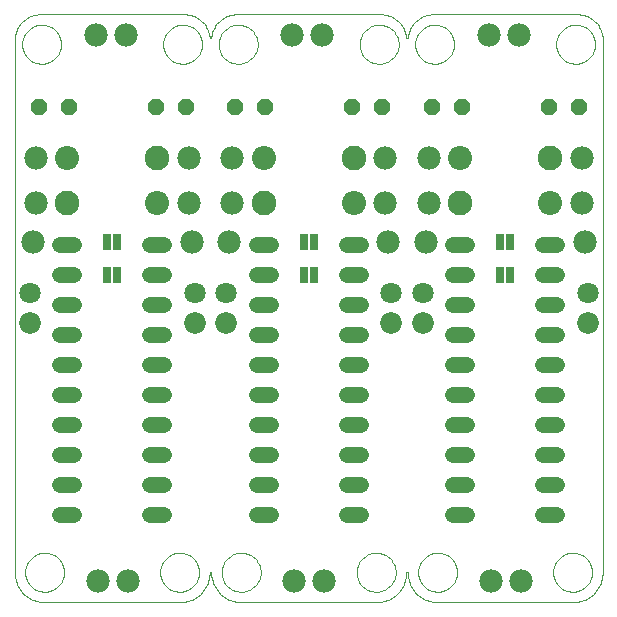
<source format=gbs>
G75*
G70*
%OFA0B0*%
%FSLAX24Y24*%
%IPPOS*%
%LPD*%
%AMOC8*
5,1,8,0,0,1.08239X$1,22.5*
%
%ADD10C,0.0010*%
%ADD11C,0.0000*%
%ADD12C,0.0520*%
%ADD13C,0.0707*%
%ADD14C,0.0721*%
%ADD15C,0.0806*%
%ADD16C,0.0825*%
%ADD17C,0.0780*%
%ADD18OC8,0.0520*%
%ADD19R,0.0290X0.0540*%
D10*
X000730Y001380D02*
X000732Y001430D01*
X000738Y001480D01*
X000748Y001530D01*
X000761Y001578D01*
X000778Y001626D01*
X000799Y001672D01*
X000823Y001716D01*
X000851Y001758D01*
X000882Y001798D01*
X000916Y001835D01*
X000953Y001870D01*
X000992Y001901D01*
X001033Y001930D01*
X001077Y001955D01*
X001123Y001977D01*
X001170Y001995D01*
X001218Y002009D01*
X001267Y002020D01*
X001317Y002027D01*
X001367Y002030D01*
X001418Y002029D01*
X001468Y002024D01*
X001518Y002015D01*
X001566Y002003D01*
X001614Y001986D01*
X001660Y001966D01*
X001705Y001943D01*
X001748Y001916D01*
X001788Y001886D01*
X001826Y001853D01*
X001861Y001817D01*
X001894Y001778D01*
X001923Y001737D01*
X001949Y001694D01*
X001972Y001649D01*
X001991Y001602D01*
X002006Y001554D01*
X002018Y001505D01*
X002026Y001455D01*
X002030Y001405D01*
X002030Y001355D01*
X002026Y001305D01*
X002018Y001255D01*
X002006Y001206D01*
X001991Y001158D01*
X001972Y001111D01*
X001949Y001066D01*
X001923Y001023D01*
X001894Y000982D01*
X001861Y000943D01*
X001826Y000907D01*
X001788Y000874D01*
X001748Y000844D01*
X001705Y000817D01*
X001660Y000794D01*
X001614Y000774D01*
X001566Y000757D01*
X001518Y000745D01*
X001468Y000736D01*
X001418Y000731D01*
X001367Y000730D01*
X001317Y000733D01*
X001267Y000740D01*
X001218Y000751D01*
X001170Y000765D01*
X001123Y000783D01*
X001077Y000805D01*
X001033Y000830D01*
X000992Y000859D01*
X000953Y000890D01*
X000916Y000925D01*
X000882Y000962D01*
X000851Y001002D01*
X000823Y001044D01*
X000799Y001088D01*
X000778Y001134D01*
X000761Y001182D01*
X000748Y001230D01*
X000738Y001280D01*
X000732Y001330D01*
X000730Y001380D01*
X005230Y001380D02*
X005232Y001430D01*
X005238Y001480D01*
X005248Y001530D01*
X005261Y001578D01*
X005278Y001626D01*
X005299Y001672D01*
X005323Y001716D01*
X005351Y001758D01*
X005382Y001798D01*
X005416Y001835D01*
X005453Y001870D01*
X005492Y001901D01*
X005533Y001930D01*
X005577Y001955D01*
X005623Y001977D01*
X005670Y001995D01*
X005718Y002009D01*
X005767Y002020D01*
X005817Y002027D01*
X005867Y002030D01*
X005918Y002029D01*
X005968Y002024D01*
X006018Y002015D01*
X006066Y002003D01*
X006114Y001986D01*
X006160Y001966D01*
X006205Y001943D01*
X006248Y001916D01*
X006288Y001886D01*
X006326Y001853D01*
X006361Y001817D01*
X006394Y001778D01*
X006423Y001737D01*
X006449Y001694D01*
X006472Y001649D01*
X006491Y001602D01*
X006506Y001554D01*
X006518Y001505D01*
X006526Y001455D01*
X006530Y001405D01*
X006530Y001355D01*
X006526Y001305D01*
X006518Y001255D01*
X006506Y001206D01*
X006491Y001158D01*
X006472Y001111D01*
X006449Y001066D01*
X006423Y001023D01*
X006394Y000982D01*
X006361Y000943D01*
X006326Y000907D01*
X006288Y000874D01*
X006248Y000844D01*
X006205Y000817D01*
X006160Y000794D01*
X006114Y000774D01*
X006066Y000757D01*
X006018Y000745D01*
X005968Y000736D01*
X005918Y000731D01*
X005867Y000730D01*
X005817Y000733D01*
X005767Y000740D01*
X005718Y000751D01*
X005670Y000765D01*
X005623Y000783D01*
X005577Y000805D01*
X005533Y000830D01*
X005492Y000859D01*
X005453Y000890D01*
X005416Y000925D01*
X005382Y000962D01*
X005351Y001002D01*
X005323Y001044D01*
X005299Y001088D01*
X005278Y001134D01*
X005261Y001182D01*
X005248Y001230D01*
X005238Y001280D01*
X005232Y001330D01*
X005230Y001380D01*
X007280Y001380D02*
X007282Y001430D01*
X007288Y001480D01*
X007298Y001530D01*
X007311Y001578D01*
X007328Y001626D01*
X007349Y001672D01*
X007373Y001716D01*
X007401Y001758D01*
X007432Y001798D01*
X007466Y001835D01*
X007503Y001870D01*
X007542Y001901D01*
X007583Y001930D01*
X007627Y001955D01*
X007673Y001977D01*
X007720Y001995D01*
X007768Y002009D01*
X007817Y002020D01*
X007867Y002027D01*
X007917Y002030D01*
X007968Y002029D01*
X008018Y002024D01*
X008068Y002015D01*
X008116Y002003D01*
X008164Y001986D01*
X008210Y001966D01*
X008255Y001943D01*
X008298Y001916D01*
X008338Y001886D01*
X008376Y001853D01*
X008411Y001817D01*
X008444Y001778D01*
X008473Y001737D01*
X008499Y001694D01*
X008522Y001649D01*
X008541Y001602D01*
X008556Y001554D01*
X008568Y001505D01*
X008576Y001455D01*
X008580Y001405D01*
X008580Y001355D01*
X008576Y001305D01*
X008568Y001255D01*
X008556Y001206D01*
X008541Y001158D01*
X008522Y001111D01*
X008499Y001066D01*
X008473Y001023D01*
X008444Y000982D01*
X008411Y000943D01*
X008376Y000907D01*
X008338Y000874D01*
X008298Y000844D01*
X008255Y000817D01*
X008210Y000794D01*
X008164Y000774D01*
X008116Y000757D01*
X008068Y000745D01*
X008018Y000736D01*
X007968Y000731D01*
X007917Y000730D01*
X007867Y000733D01*
X007817Y000740D01*
X007768Y000751D01*
X007720Y000765D01*
X007673Y000783D01*
X007627Y000805D01*
X007583Y000830D01*
X007542Y000859D01*
X007503Y000890D01*
X007466Y000925D01*
X007432Y000962D01*
X007401Y001002D01*
X007373Y001044D01*
X007349Y001088D01*
X007328Y001134D01*
X007311Y001182D01*
X007298Y001230D01*
X007288Y001280D01*
X007282Y001330D01*
X007280Y001380D01*
X011780Y001380D02*
X011782Y001430D01*
X011788Y001480D01*
X011798Y001530D01*
X011811Y001578D01*
X011828Y001626D01*
X011849Y001672D01*
X011873Y001716D01*
X011901Y001758D01*
X011932Y001798D01*
X011966Y001835D01*
X012003Y001870D01*
X012042Y001901D01*
X012083Y001930D01*
X012127Y001955D01*
X012173Y001977D01*
X012220Y001995D01*
X012268Y002009D01*
X012317Y002020D01*
X012367Y002027D01*
X012417Y002030D01*
X012468Y002029D01*
X012518Y002024D01*
X012568Y002015D01*
X012616Y002003D01*
X012664Y001986D01*
X012710Y001966D01*
X012755Y001943D01*
X012798Y001916D01*
X012838Y001886D01*
X012876Y001853D01*
X012911Y001817D01*
X012944Y001778D01*
X012973Y001737D01*
X012999Y001694D01*
X013022Y001649D01*
X013041Y001602D01*
X013056Y001554D01*
X013068Y001505D01*
X013076Y001455D01*
X013080Y001405D01*
X013080Y001355D01*
X013076Y001305D01*
X013068Y001255D01*
X013056Y001206D01*
X013041Y001158D01*
X013022Y001111D01*
X012999Y001066D01*
X012973Y001023D01*
X012944Y000982D01*
X012911Y000943D01*
X012876Y000907D01*
X012838Y000874D01*
X012798Y000844D01*
X012755Y000817D01*
X012710Y000794D01*
X012664Y000774D01*
X012616Y000757D01*
X012568Y000745D01*
X012518Y000736D01*
X012468Y000731D01*
X012417Y000730D01*
X012367Y000733D01*
X012317Y000740D01*
X012268Y000751D01*
X012220Y000765D01*
X012173Y000783D01*
X012127Y000805D01*
X012083Y000830D01*
X012042Y000859D01*
X012003Y000890D01*
X011966Y000925D01*
X011932Y000962D01*
X011901Y001002D01*
X011873Y001044D01*
X011849Y001088D01*
X011828Y001134D01*
X011811Y001182D01*
X011798Y001230D01*
X011788Y001280D01*
X011782Y001330D01*
X011780Y001380D01*
X013830Y001380D02*
X013832Y001430D01*
X013838Y001480D01*
X013848Y001530D01*
X013861Y001578D01*
X013878Y001626D01*
X013899Y001672D01*
X013923Y001716D01*
X013951Y001758D01*
X013982Y001798D01*
X014016Y001835D01*
X014053Y001870D01*
X014092Y001901D01*
X014133Y001930D01*
X014177Y001955D01*
X014223Y001977D01*
X014270Y001995D01*
X014318Y002009D01*
X014367Y002020D01*
X014417Y002027D01*
X014467Y002030D01*
X014518Y002029D01*
X014568Y002024D01*
X014618Y002015D01*
X014666Y002003D01*
X014714Y001986D01*
X014760Y001966D01*
X014805Y001943D01*
X014848Y001916D01*
X014888Y001886D01*
X014926Y001853D01*
X014961Y001817D01*
X014994Y001778D01*
X015023Y001737D01*
X015049Y001694D01*
X015072Y001649D01*
X015091Y001602D01*
X015106Y001554D01*
X015118Y001505D01*
X015126Y001455D01*
X015130Y001405D01*
X015130Y001355D01*
X015126Y001305D01*
X015118Y001255D01*
X015106Y001206D01*
X015091Y001158D01*
X015072Y001111D01*
X015049Y001066D01*
X015023Y001023D01*
X014994Y000982D01*
X014961Y000943D01*
X014926Y000907D01*
X014888Y000874D01*
X014848Y000844D01*
X014805Y000817D01*
X014760Y000794D01*
X014714Y000774D01*
X014666Y000757D01*
X014618Y000745D01*
X014568Y000736D01*
X014518Y000731D01*
X014467Y000730D01*
X014417Y000733D01*
X014367Y000740D01*
X014318Y000751D01*
X014270Y000765D01*
X014223Y000783D01*
X014177Y000805D01*
X014133Y000830D01*
X014092Y000859D01*
X014053Y000890D01*
X014016Y000925D01*
X013982Y000962D01*
X013951Y001002D01*
X013923Y001044D01*
X013899Y001088D01*
X013878Y001134D01*
X013861Y001182D01*
X013848Y001230D01*
X013838Y001280D01*
X013832Y001330D01*
X013830Y001380D01*
X018330Y001380D02*
X018332Y001430D01*
X018338Y001480D01*
X018348Y001530D01*
X018361Y001578D01*
X018378Y001626D01*
X018399Y001672D01*
X018423Y001716D01*
X018451Y001758D01*
X018482Y001798D01*
X018516Y001835D01*
X018553Y001870D01*
X018592Y001901D01*
X018633Y001930D01*
X018677Y001955D01*
X018723Y001977D01*
X018770Y001995D01*
X018818Y002009D01*
X018867Y002020D01*
X018917Y002027D01*
X018967Y002030D01*
X019018Y002029D01*
X019068Y002024D01*
X019118Y002015D01*
X019166Y002003D01*
X019214Y001986D01*
X019260Y001966D01*
X019305Y001943D01*
X019348Y001916D01*
X019388Y001886D01*
X019426Y001853D01*
X019461Y001817D01*
X019494Y001778D01*
X019523Y001737D01*
X019549Y001694D01*
X019572Y001649D01*
X019591Y001602D01*
X019606Y001554D01*
X019618Y001505D01*
X019626Y001455D01*
X019630Y001405D01*
X019630Y001355D01*
X019626Y001305D01*
X019618Y001255D01*
X019606Y001206D01*
X019591Y001158D01*
X019572Y001111D01*
X019549Y001066D01*
X019523Y001023D01*
X019494Y000982D01*
X019461Y000943D01*
X019426Y000907D01*
X019388Y000874D01*
X019348Y000844D01*
X019305Y000817D01*
X019260Y000794D01*
X019214Y000774D01*
X019166Y000757D01*
X019118Y000745D01*
X019068Y000736D01*
X019018Y000731D01*
X018967Y000730D01*
X018917Y000733D01*
X018867Y000740D01*
X018818Y000751D01*
X018770Y000765D01*
X018723Y000783D01*
X018677Y000805D01*
X018633Y000830D01*
X018592Y000859D01*
X018553Y000890D01*
X018516Y000925D01*
X018482Y000962D01*
X018451Y001002D01*
X018423Y001044D01*
X018399Y001088D01*
X018378Y001134D01*
X018361Y001182D01*
X018348Y001230D01*
X018338Y001280D01*
X018332Y001330D01*
X018330Y001380D01*
X018430Y018980D02*
X018432Y019030D01*
X018438Y019080D01*
X018448Y019130D01*
X018461Y019178D01*
X018478Y019226D01*
X018499Y019272D01*
X018523Y019316D01*
X018551Y019358D01*
X018582Y019398D01*
X018616Y019435D01*
X018653Y019470D01*
X018692Y019501D01*
X018733Y019530D01*
X018777Y019555D01*
X018823Y019577D01*
X018870Y019595D01*
X018918Y019609D01*
X018967Y019620D01*
X019017Y019627D01*
X019067Y019630D01*
X019118Y019629D01*
X019168Y019624D01*
X019218Y019615D01*
X019266Y019603D01*
X019314Y019586D01*
X019360Y019566D01*
X019405Y019543D01*
X019448Y019516D01*
X019488Y019486D01*
X019526Y019453D01*
X019561Y019417D01*
X019594Y019378D01*
X019623Y019337D01*
X019649Y019294D01*
X019672Y019249D01*
X019691Y019202D01*
X019706Y019154D01*
X019718Y019105D01*
X019726Y019055D01*
X019730Y019005D01*
X019730Y018955D01*
X019726Y018905D01*
X019718Y018855D01*
X019706Y018806D01*
X019691Y018758D01*
X019672Y018711D01*
X019649Y018666D01*
X019623Y018623D01*
X019594Y018582D01*
X019561Y018543D01*
X019526Y018507D01*
X019488Y018474D01*
X019448Y018444D01*
X019405Y018417D01*
X019360Y018394D01*
X019314Y018374D01*
X019266Y018357D01*
X019218Y018345D01*
X019168Y018336D01*
X019118Y018331D01*
X019067Y018330D01*
X019017Y018333D01*
X018967Y018340D01*
X018918Y018351D01*
X018870Y018365D01*
X018823Y018383D01*
X018777Y018405D01*
X018733Y018430D01*
X018692Y018459D01*
X018653Y018490D01*
X018616Y018525D01*
X018582Y018562D01*
X018551Y018602D01*
X018523Y018644D01*
X018499Y018688D01*
X018478Y018734D01*
X018461Y018782D01*
X018448Y018830D01*
X018438Y018880D01*
X018432Y018930D01*
X018430Y018980D01*
X013730Y018980D02*
X013732Y019030D01*
X013738Y019080D01*
X013748Y019130D01*
X013761Y019178D01*
X013778Y019226D01*
X013799Y019272D01*
X013823Y019316D01*
X013851Y019358D01*
X013882Y019398D01*
X013916Y019435D01*
X013953Y019470D01*
X013992Y019501D01*
X014033Y019530D01*
X014077Y019555D01*
X014123Y019577D01*
X014170Y019595D01*
X014218Y019609D01*
X014267Y019620D01*
X014317Y019627D01*
X014367Y019630D01*
X014418Y019629D01*
X014468Y019624D01*
X014518Y019615D01*
X014566Y019603D01*
X014614Y019586D01*
X014660Y019566D01*
X014705Y019543D01*
X014748Y019516D01*
X014788Y019486D01*
X014826Y019453D01*
X014861Y019417D01*
X014894Y019378D01*
X014923Y019337D01*
X014949Y019294D01*
X014972Y019249D01*
X014991Y019202D01*
X015006Y019154D01*
X015018Y019105D01*
X015026Y019055D01*
X015030Y019005D01*
X015030Y018955D01*
X015026Y018905D01*
X015018Y018855D01*
X015006Y018806D01*
X014991Y018758D01*
X014972Y018711D01*
X014949Y018666D01*
X014923Y018623D01*
X014894Y018582D01*
X014861Y018543D01*
X014826Y018507D01*
X014788Y018474D01*
X014748Y018444D01*
X014705Y018417D01*
X014660Y018394D01*
X014614Y018374D01*
X014566Y018357D01*
X014518Y018345D01*
X014468Y018336D01*
X014418Y018331D01*
X014367Y018330D01*
X014317Y018333D01*
X014267Y018340D01*
X014218Y018351D01*
X014170Y018365D01*
X014123Y018383D01*
X014077Y018405D01*
X014033Y018430D01*
X013992Y018459D01*
X013953Y018490D01*
X013916Y018525D01*
X013882Y018562D01*
X013851Y018602D01*
X013823Y018644D01*
X013799Y018688D01*
X013778Y018734D01*
X013761Y018782D01*
X013748Y018830D01*
X013738Y018880D01*
X013732Y018930D01*
X013730Y018980D01*
X011880Y018980D02*
X011882Y019030D01*
X011888Y019080D01*
X011898Y019130D01*
X011911Y019178D01*
X011928Y019226D01*
X011949Y019272D01*
X011973Y019316D01*
X012001Y019358D01*
X012032Y019398D01*
X012066Y019435D01*
X012103Y019470D01*
X012142Y019501D01*
X012183Y019530D01*
X012227Y019555D01*
X012273Y019577D01*
X012320Y019595D01*
X012368Y019609D01*
X012417Y019620D01*
X012467Y019627D01*
X012517Y019630D01*
X012568Y019629D01*
X012618Y019624D01*
X012668Y019615D01*
X012716Y019603D01*
X012764Y019586D01*
X012810Y019566D01*
X012855Y019543D01*
X012898Y019516D01*
X012938Y019486D01*
X012976Y019453D01*
X013011Y019417D01*
X013044Y019378D01*
X013073Y019337D01*
X013099Y019294D01*
X013122Y019249D01*
X013141Y019202D01*
X013156Y019154D01*
X013168Y019105D01*
X013176Y019055D01*
X013180Y019005D01*
X013180Y018955D01*
X013176Y018905D01*
X013168Y018855D01*
X013156Y018806D01*
X013141Y018758D01*
X013122Y018711D01*
X013099Y018666D01*
X013073Y018623D01*
X013044Y018582D01*
X013011Y018543D01*
X012976Y018507D01*
X012938Y018474D01*
X012898Y018444D01*
X012855Y018417D01*
X012810Y018394D01*
X012764Y018374D01*
X012716Y018357D01*
X012668Y018345D01*
X012618Y018336D01*
X012568Y018331D01*
X012517Y018330D01*
X012467Y018333D01*
X012417Y018340D01*
X012368Y018351D01*
X012320Y018365D01*
X012273Y018383D01*
X012227Y018405D01*
X012183Y018430D01*
X012142Y018459D01*
X012103Y018490D01*
X012066Y018525D01*
X012032Y018562D01*
X012001Y018602D01*
X011973Y018644D01*
X011949Y018688D01*
X011928Y018734D01*
X011911Y018782D01*
X011898Y018830D01*
X011888Y018880D01*
X011882Y018930D01*
X011880Y018980D01*
X007180Y018980D02*
X007182Y019030D01*
X007188Y019080D01*
X007198Y019130D01*
X007211Y019178D01*
X007228Y019226D01*
X007249Y019272D01*
X007273Y019316D01*
X007301Y019358D01*
X007332Y019398D01*
X007366Y019435D01*
X007403Y019470D01*
X007442Y019501D01*
X007483Y019530D01*
X007527Y019555D01*
X007573Y019577D01*
X007620Y019595D01*
X007668Y019609D01*
X007717Y019620D01*
X007767Y019627D01*
X007817Y019630D01*
X007868Y019629D01*
X007918Y019624D01*
X007968Y019615D01*
X008016Y019603D01*
X008064Y019586D01*
X008110Y019566D01*
X008155Y019543D01*
X008198Y019516D01*
X008238Y019486D01*
X008276Y019453D01*
X008311Y019417D01*
X008344Y019378D01*
X008373Y019337D01*
X008399Y019294D01*
X008422Y019249D01*
X008441Y019202D01*
X008456Y019154D01*
X008468Y019105D01*
X008476Y019055D01*
X008480Y019005D01*
X008480Y018955D01*
X008476Y018905D01*
X008468Y018855D01*
X008456Y018806D01*
X008441Y018758D01*
X008422Y018711D01*
X008399Y018666D01*
X008373Y018623D01*
X008344Y018582D01*
X008311Y018543D01*
X008276Y018507D01*
X008238Y018474D01*
X008198Y018444D01*
X008155Y018417D01*
X008110Y018394D01*
X008064Y018374D01*
X008016Y018357D01*
X007968Y018345D01*
X007918Y018336D01*
X007868Y018331D01*
X007817Y018330D01*
X007767Y018333D01*
X007717Y018340D01*
X007668Y018351D01*
X007620Y018365D01*
X007573Y018383D01*
X007527Y018405D01*
X007483Y018430D01*
X007442Y018459D01*
X007403Y018490D01*
X007366Y018525D01*
X007332Y018562D01*
X007301Y018602D01*
X007273Y018644D01*
X007249Y018688D01*
X007228Y018734D01*
X007211Y018782D01*
X007198Y018830D01*
X007188Y018880D01*
X007182Y018930D01*
X007180Y018980D01*
X005330Y018980D02*
X005332Y019030D01*
X005338Y019080D01*
X005348Y019130D01*
X005361Y019178D01*
X005378Y019226D01*
X005399Y019272D01*
X005423Y019316D01*
X005451Y019358D01*
X005482Y019398D01*
X005516Y019435D01*
X005553Y019470D01*
X005592Y019501D01*
X005633Y019530D01*
X005677Y019555D01*
X005723Y019577D01*
X005770Y019595D01*
X005818Y019609D01*
X005867Y019620D01*
X005917Y019627D01*
X005967Y019630D01*
X006018Y019629D01*
X006068Y019624D01*
X006118Y019615D01*
X006166Y019603D01*
X006214Y019586D01*
X006260Y019566D01*
X006305Y019543D01*
X006348Y019516D01*
X006388Y019486D01*
X006426Y019453D01*
X006461Y019417D01*
X006494Y019378D01*
X006523Y019337D01*
X006549Y019294D01*
X006572Y019249D01*
X006591Y019202D01*
X006606Y019154D01*
X006618Y019105D01*
X006626Y019055D01*
X006630Y019005D01*
X006630Y018955D01*
X006626Y018905D01*
X006618Y018855D01*
X006606Y018806D01*
X006591Y018758D01*
X006572Y018711D01*
X006549Y018666D01*
X006523Y018623D01*
X006494Y018582D01*
X006461Y018543D01*
X006426Y018507D01*
X006388Y018474D01*
X006348Y018444D01*
X006305Y018417D01*
X006260Y018394D01*
X006214Y018374D01*
X006166Y018357D01*
X006118Y018345D01*
X006068Y018336D01*
X006018Y018331D01*
X005967Y018330D01*
X005917Y018333D01*
X005867Y018340D01*
X005818Y018351D01*
X005770Y018365D01*
X005723Y018383D01*
X005677Y018405D01*
X005633Y018430D01*
X005592Y018459D01*
X005553Y018490D01*
X005516Y018525D01*
X005482Y018562D01*
X005451Y018602D01*
X005423Y018644D01*
X005399Y018688D01*
X005378Y018734D01*
X005361Y018782D01*
X005348Y018830D01*
X005338Y018880D01*
X005332Y018930D01*
X005330Y018980D01*
X000630Y018980D02*
X000632Y019030D01*
X000638Y019080D01*
X000648Y019130D01*
X000661Y019178D01*
X000678Y019226D01*
X000699Y019272D01*
X000723Y019316D01*
X000751Y019358D01*
X000782Y019398D01*
X000816Y019435D01*
X000853Y019470D01*
X000892Y019501D01*
X000933Y019530D01*
X000977Y019555D01*
X001023Y019577D01*
X001070Y019595D01*
X001118Y019609D01*
X001167Y019620D01*
X001217Y019627D01*
X001267Y019630D01*
X001318Y019629D01*
X001368Y019624D01*
X001418Y019615D01*
X001466Y019603D01*
X001514Y019586D01*
X001560Y019566D01*
X001605Y019543D01*
X001648Y019516D01*
X001688Y019486D01*
X001726Y019453D01*
X001761Y019417D01*
X001794Y019378D01*
X001823Y019337D01*
X001849Y019294D01*
X001872Y019249D01*
X001891Y019202D01*
X001906Y019154D01*
X001918Y019105D01*
X001926Y019055D01*
X001930Y019005D01*
X001930Y018955D01*
X001926Y018905D01*
X001918Y018855D01*
X001906Y018806D01*
X001891Y018758D01*
X001872Y018711D01*
X001849Y018666D01*
X001823Y018623D01*
X001794Y018582D01*
X001761Y018543D01*
X001726Y018507D01*
X001688Y018474D01*
X001648Y018444D01*
X001605Y018417D01*
X001560Y018394D01*
X001514Y018374D01*
X001466Y018357D01*
X001418Y018345D01*
X001368Y018336D01*
X001318Y018331D01*
X001267Y018330D01*
X001217Y018333D01*
X001167Y018340D01*
X001118Y018351D01*
X001070Y018365D01*
X001023Y018383D01*
X000977Y018405D01*
X000933Y018430D01*
X000892Y018459D01*
X000853Y018490D01*
X000816Y018525D01*
X000782Y018562D01*
X000751Y018602D01*
X000723Y018644D01*
X000699Y018688D01*
X000678Y018734D01*
X000661Y018782D01*
X000648Y018830D01*
X000638Y018880D01*
X000632Y018930D01*
X000630Y018980D01*
D11*
X000380Y019180D02*
X000380Y001380D01*
X000382Y001320D01*
X000387Y001259D01*
X000396Y001200D01*
X000409Y001141D01*
X000425Y001082D01*
X000445Y001025D01*
X000468Y000970D01*
X000495Y000915D01*
X000524Y000863D01*
X000557Y000812D01*
X000593Y000763D01*
X000631Y000717D01*
X000673Y000673D01*
X000717Y000631D01*
X000763Y000593D01*
X000812Y000557D01*
X000863Y000524D01*
X000915Y000495D01*
X000970Y000468D01*
X001025Y000445D01*
X001082Y000425D01*
X001141Y000409D01*
X001200Y000396D01*
X001259Y000387D01*
X001320Y000382D01*
X001380Y000380D01*
X005880Y000380D01*
X005940Y000382D01*
X006001Y000387D01*
X006060Y000396D01*
X006119Y000409D01*
X006178Y000425D01*
X006235Y000445D01*
X006290Y000468D01*
X006345Y000495D01*
X006397Y000524D01*
X006448Y000557D01*
X006497Y000593D01*
X006543Y000631D01*
X006587Y000673D01*
X006629Y000717D01*
X006667Y000763D01*
X006703Y000812D01*
X006736Y000863D01*
X006765Y000915D01*
X006792Y000970D01*
X006815Y001025D01*
X006835Y001082D01*
X006851Y001141D01*
X006864Y001200D01*
X006873Y001259D01*
X006878Y001320D01*
X006880Y001380D01*
X006930Y001380D01*
X006932Y001320D01*
X006937Y001259D01*
X006946Y001200D01*
X006959Y001141D01*
X006975Y001082D01*
X006995Y001025D01*
X007018Y000970D01*
X007045Y000915D01*
X007074Y000863D01*
X007107Y000812D01*
X007143Y000763D01*
X007181Y000717D01*
X007223Y000673D01*
X007267Y000631D01*
X007313Y000593D01*
X007362Y000557D01*
X007413Y000524D01*
X007465Y000495D01*
X007520Y000468D01*
X007575Y000445D01*
X007632Y000425D01*
X007691Y000409D01*
X007750Y000396D01*
X007809Y000387D01*
X007870Y000382D01*
X007930Y000380D01*
X012430Y000380D01*
X012490Y000382D01*
X012551Y000387D01*
X012610Y000396D01*
X012669Y000409D01*
X012728Y000425D01*
X012785Y000445D01*
X012840Y000468D01*
X012895Y000495D01*
X012947Y000524D01*
X012998Y000557D01*
X013047Y000593D01*
X013093Y000631D01*
X013137Y000673D01*
X013179Y000717D01*
X013217Y000763D01*
X013253Y000812D01*
X013286Y000863D01*
X013315Y000915D01*
X013342Y000970D01*
X013365Y001025D01*
X013385Y001082D01*
X013401Y001141D01*
X013414Y001200D01*
X013423Y001259D01*
X013428Y001320D01*
X013430Y001380D01*
X013480Y001380D01*
X013482Y001320D01*
X013487Y001259D01*
X013496Y001200D01*
X013509Y001141D01*
X013525Y001082D01*
X013545Y001025D01*
X013568Y000970D01*
X013595Y000915D01*
X013624Y000863D01*
X013657Y000812D01*
X013693Y000763D01*
X013731Y000717D01*
X013773Y000673D01*
X013817Y000631D01*
X013863Y000593D01*
X013912Y000557D01*
X013963Y000524D01*
X014015Y000495D01*
X014070Y000468D01*
X014125Y000445D01*
X014182Y000425D01*
X014241Y000409D01*
X014300Y000396D01*
X014359Y000387D01*
X014420Y000382D01*
X014480Y000380D01*
X018980Y000380D01*
X019040Y000382D01*
X019101Y000387D01*
X019160Y000396D01*
X019219Y000409D01*
X019278Y000425D01*
X019335Y000445D01*
X019390Y000468D01*
X019445Y000495D01*
X019497Y000524D01*
X019548Y000557D01*
X019597Y000593D01*
X019643Y000631D01*
X019687Y000673D01*
X019729Y000717D01*
X019767Y000763D01*
X019803Y000812D01*
X019836Y000863D01*
X019865Y000915D01*
X019892Y000970D01*
X019915Y001025D01*
X019935Y001082D01*
X019951Y001141D01*
X019964Y001200D01*
X019973Y001259D01*
X019978Y001320D01*
X019980Y001380D01*
X019980Y019180D01*
X019974Y019235D01*
X019966Y019290D01*
X019953Y019345D01*
X019938Y019398D01*
X019918Y019450D01*
X019896Y019501D01*
X019870Y019551D01*
X019841Y019598D01*
X019809Y019644D01*
X019774Y019687D01*
X019736Y019728D01*
X019695Y019766D01*
X019653Y019802D01*
X019608Y019834D01*
X019560Y019864D01*
X019511Y019891D01*
X019461Y019914D01*
X019409Y019934D01*
X019356Y019951D01*
X019302Y019964D01*
X019247Y019973D01*
X019191Y019979D01*
X019136Y019981D01*
X019080Y019980D01*
X014380Y019980D01*
X013480Y019180D02*
X013430Y019180D01*
X013424Y019235D01*
X013416Y019290D01*
X013403Y019345D01*
X013388Y019398D01*
X013368Y019450D01*
X013346Y019501D01*
X013320Y019551D01*
X013291Y019598D01*
X013259Y019644D01*
X013224Y019687D01*
X013186Y019728D01*
X013145Y019766D01*
X013103Y019802D01*
X013058Y019834D01*
X013010Y019864D01*
X012961Y019891D01*
X012911Y019914D01*
X012859Y019934D01*
X012806Y019951D01*
X012752Y019964D01*
X012697Y019973D01*
X012641Y019979D01*
X012586Y019981D01*
X012530Y019980D01*
X007830Y019980D01*
X006930Y019180D02*
X006880Y019180D01*
X006874Y019235D01*
X006866Y019290D01*
X006853Y019345D01*
X006838Y019398D01*
X006818Y019450D01*
X006796Y019501D01*
X006770Y019551D01*
X006741Y019598D01*
X006709Y019644D01*
X006674Y019687D01*
X006636Y019728D01*
X006595Y019766D01*
X006553Y019802D01*
X006508Y019834D01*
X006460Y019864D01*
X006411Y019891D01*
X006361Y019914D01*
X006309Y019934D01*
X006256Y019951D01*
X006202Y019964D01*
X006147Y019973D01*
X006091Y019979D01*
X006036Y019981D01*
X005980Y019980D01*
X001280Y019980D01*
X001224Y019981D01*
X001169Y019979D01*
X001113Y019973D01*
X001058Y019964D01*
X001004Y019951D01*
X000951Y019934D01*
X000899Y019914D01*
X000849Y019891D01*
X000800Y019864D01*
X000752Y019834D01*
X000707Y019802D01*
X000665Y019766D01*
X000624Y019728D01*
X000586Y019687D01*
X000551Y019644D01*
X000519Y019598D01*
X000490Y019551D01*
X000464Y019501D01*
X000442Y019450D01*
X000422Y019398D01*
X000407Y019345D01*
X000394Y019290D01*
X000386Y019235D01*
X000380Y019180D01*
X006930Y019180D02*
X006936Y019235D01*
X006944Y019290D01*
X006957Y019345D01*
X006972Y019398D01*
X006992Y019450D01*
X007014Y019501D01*
X007040Y019551D01*
X007069Y019598D01*
X007101Y019644D01*
X007136Y019687D01*
X007174Y019728D01*
X007215Y019766D01*
X007257Y019802D01*
X007302Y019834D01*
X007350Y019864D01*
X007399Y019891D01*
X007449Y019914D01*
X007501Y019934D01*
X007554Y019951D01*
X007608Y019964D01*
X007663Y019973D01*
X007719Y019979D01*
X007774Y019981D01*
X007830Y019980D01*
X013480Y019180D02*
X013486Y019235D01*
X013494Y019290D01*
X013507Y019345D01*
X013522Y019398D01*
X013542Y019450D01*
X013564Y019501D01*
X013590Y019551D01*
X013619Y019598D01*
X013651Y019644D01*
X013686Y019687D01*
X013724Y019728D01*
X013765Y019766D01*
X013807Y019802D01*
X013852Y019834D01*
X013900Y019864D01*
X013949Y019891D01*
X013999Y019914D01*
X014051Y019934D01*
X014104Y019951D01*
X014158Y019964D01*
X014213Y019973D01*
X014269Y019979D01*
X014324Y019981D01*
X014380Y019980D01*
D12*
X014990Y012280D02*
X015470Y012280D01*
X015470Y011280D02*
X014990Y011280D01*
X014990Y010280D02*
X015470Y010280D01*
X015470Y009280D02*
X014990Y009280D01*
X014990Y008280D02*
X015470Y008280D01*
X015470Y007280D02*
X014990Y007280D01*
X014990Y006280D02*
X015470Y006280D01*
X015470Y005280D02*
X014990Y005280D01*
X014990Y004280D02*
X015470Y004280D01*
X015470Y003280D02*
X014990Y003280D01*
X017990Y003280D02*
X018470Y003280D01*
X018470Y004280D02*
X017990Y004280D01*
X017990Y005280D02*
X018470Y005280D01*
X018470Y006280D02*
X017990Y006280D01*
X017990Y007280D02*
X018470Y007280D01*
X018470Y008280D02*
X017990Y008280D01*
X017990Y009280D02*
X018470Y009280D01*
X018470Y010280D02*
X017990Y010280D01*
X017990Y011280D02*
X018470Y011280D01*
X018470Y012280D02*
X017990Y012280D01*
X011920Y012280D02*
X011440Y012280D01*
X011440Y011280D02*
X011920Y011280D01*
X011920Y010280D02*
X011440Y010280D01*
X011440Y009280D02*
X011920Y009280D01*
X011920Y008280D02*
X011440Y008280D01*
X011440Y007280D02*
X011920Y007280D01*
X011920Y006280D02*
X011440Y006280D01*
X011440Y005280D02*
X011920Y005280D01*
X011920Y004280D02*
X011440Y004280D01*
X011440Y003280D02*
X011920Y003280D01*
X008920Y003280D02*
X008440Y003280D01*
X008440Y004280D02*
X008920Y004280D01*
X008920Y005280D02*
X008440Y005280D01*
X008440Y006280D02*
X008920Y006280D01*
X008920Y007280D02*
X008440Y007280D01*
X008440Y008280D02*
X008920Y008280D01*
X008920Y009280D02*
X008440Y009280D01*
X008440Y010280D02*
X008920Y010280D01*
X008920Y011280D02*
X008440Y011280D01*
X008440Y012280D02*
X008920Y012280D01*
X005370Y012280D02*
X004890Y012280D01*
X004890Y011280D02*
X005370Y011280D01*
X005370Y010280D02*
X004890Y010280D01*
X004890Y009280D02*
X005370Y009280D01*
X005370Y008280D02*
X004890Y008280D01*
X004890Y007280D02*
X005370Y007280D01*
X005370Y006280D02*
X004890Y006280D01*
X004890Y005280D02*
X005370Y005280D01*
X005370Y004280D02*
X004890Y004280D01*
X004890Y003280D02*
X005370Y003280D01*
X002370Y003280D02*
X001890Y003280D01*
X001890Y004280D02*
X002370Y004280D01*
X002370Y005280D02*
X001890Y005280D01*
X001890Y006280D02*
X002370Y006280D01*
X002370Y007280D02*
X001890Y007280D01*
X001890Y008280D02*
X002370Y008280D01*
X002370Y009280D02*
X001890Y009280D01*
X001890Y010280D02*
X002370Y010280D01*
X002370Y011280D02*
X001890Y011280D01*
X001890Y012280D02*
X002370Y012280D01*
D13*
X000880Y010680D03*
X006380Y010680D03*
X007430Y010680D03*
X012930Y010680D03*
X013980Y010680D03*
X019480Y010680D03*
D14*
X019480Y009680D03*
X013980Y009680D03*
X012930Y009680D03*
X007430Y009680D03*
X006380Y009680D03*
X000880Y009680D03*
D15*
X005130Y013680D03*
X002130Y015180D03*
X008680Y015180D03*
X011680Y013680D03*
X015230Y015180D03*
X018230Y013680D03*
D16*
X018230Y015180D03*
X015230Y013680D03*
X011680Y015180D03*
X008680Y013680D03*
X005130Y015180D03*
X002130Y013680D03*
D17*
X001080Y013680D03*
X000980Y012380D03*
X001080Y015180D03*
X003080Y019280D03*
X004080Y019280D03*
X006180Y015180D03*
X007630Y015180D03*
X007630Y013680D03*
X007530Y012380D03*
X006280Y012380D03*
X006180Y013680D03*
X009630Y019280D03*
X010630Y019280D03*
X012730Y015180D03*
X014180Y015180D03*
X014180Y013680D03*
X014080Y012380D03*
X012830Y012380D03*
X012730Y013680D03*
X016180Y019280D03*
X017180Y019280D03*
X019280Y015180D03*
X019280Y013680D03*
X019380Y012380D03*
X017240Y001080D03*
X016240Y001080D03*
X010690Y001080D03*
X009690Y001080D03*
X004140Y001080D03*
X003140Y001080D03*
D18*
X002180Y016880D03*
X001180Y016880D03*
X005080Y016880D03*
X006080Y016880D03*
X007730Y016880D03*
X008730Y016880D03*
X011630Y016880D03*
X012630Y016880D03*
X014280Y016880D03*
X015280Y016880D03*
X018180Y016880D03*
X019180Y016880D03*
D19*
X016892Y012380D03*
X016568Y012380D03*
X016568Y011280D03*
X016892Y011280D03*
X010342Y011280D03*
X010018Y011280D03*
X010018Y012380D03*
X010342Y012380D03*
X003792Y012380D03*
X003468Y012380D03*
X003468Y011280D03*
X003792Y011280D03*
M02*

</source>
